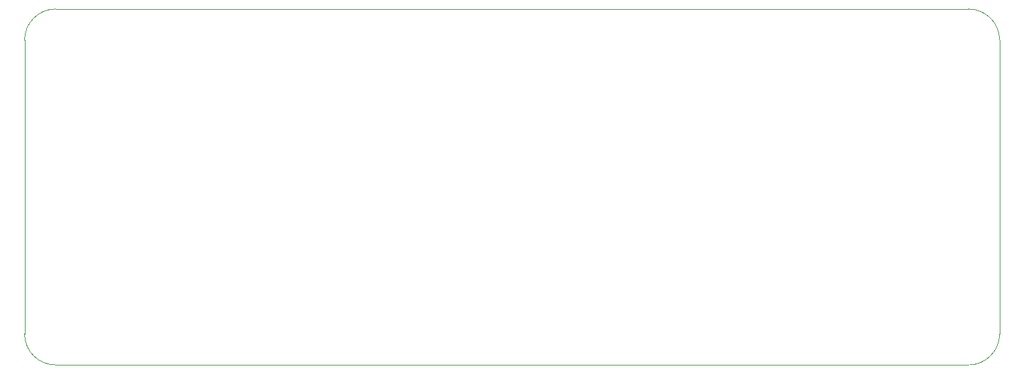
<source format=gbr>
%TF.GenerationSoftware,KiCad,Pcbnew,(5.1.10)-1*%
%TF.CreationDate,2021-09-02T23:50:42+09:00*%
%TF.ProjectId,bleachedplusplus,626c6561-6368-4656-9470-6c7573706c75,rev?*%
%TF.SameCoordinates,Original*%
%TF.FileFunction,Profile,NP*%
%FSLAX46Y46*%
G04 Gerber Fmt 4.6, Leading zero omitted, Abs format (unit mm)*
G04 Created by KiCad (PCBNEW (5.1.10)-1) date 2021-09-02 23:50:42*
%MOMM*%
%LPD*%
G01*
G04 APERTURE LIST*
%TA.AperFunction,Profile*%
%ADD10C,0.050000*%
%TD*%
G04 APERTURE END LIST*
D10*
X60000000Y-78000000D02*
G75*
G02*
X64000000Y-74000000I4000000J0D01*
G01*
X64000000Y-120000000D02*
G75*
G02*
X60000000Y-116000000I0J4000000D01*
G01*
X186000000Y-116000000D02*
G75*
G02*
X182000000Y-120000000I-4000000J0D01*
G01*
X182000000Y-74000000D02*
G75*
G02*
X186000000Y-78000000I0J-4000000D01*
G01*
X182000000Y-74000000D02*
X64000000Y-74000000D01*
X186000000Y-116000000D02*
X186000000Y-78000000D01*
X64000000Y-120000000D02*
X182000000Y-120000000D01*
X60000000Y-78000000D02*
X60000000Y-116000000D01*
M02*

</source>
